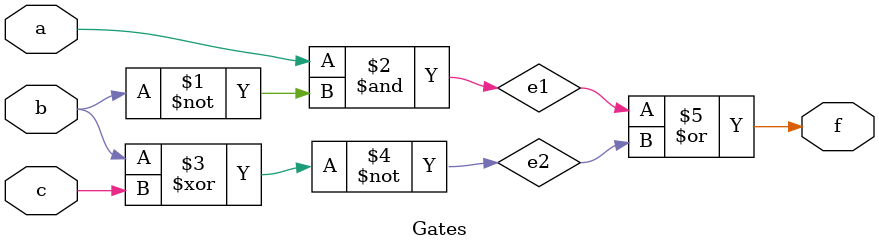
<source format=v>
/* Topics: 
    - Bitwise Operators(
        and ---> &
        or  ---> |
        not ---> ~
        xor ---> ^
    ) you can combine them together like nand ~(a&b) and so on.
    - Delcaring internal wires
*/

module Gates(
    input a,b,c,
    output f // Remember no comma here
);
    wire e1 ,e2 ;
    
    assign e1 = a & ~b;
    assign e2 = ~(b ^ c);
    assign f  = e1 | e2;

endmodule
</source>
